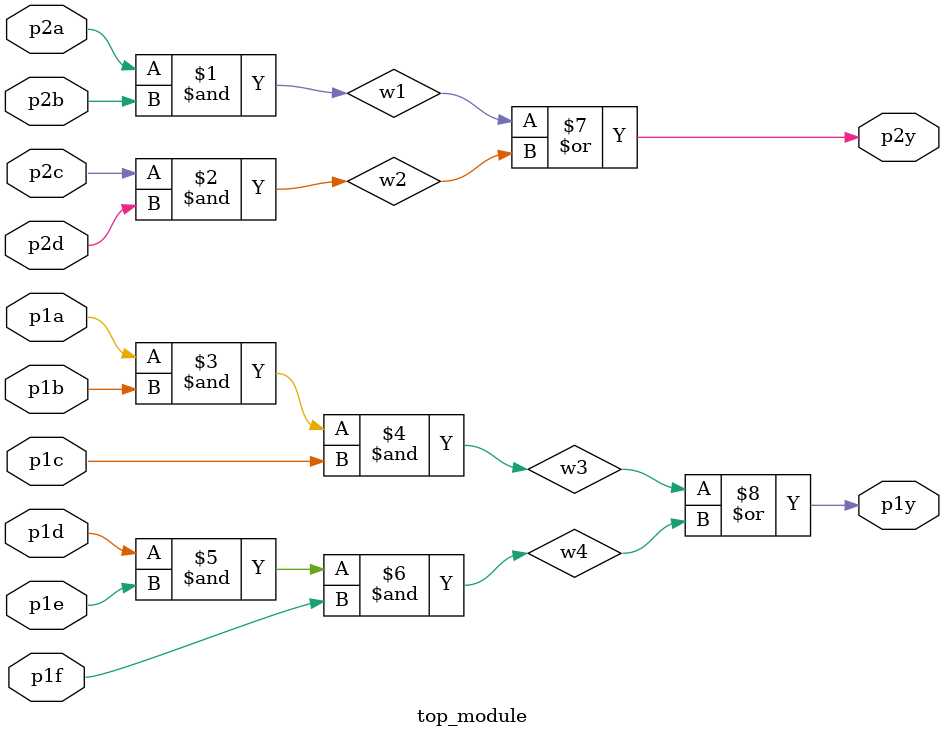
<source format=v>
module top_module(
  input p1a,p1b,p1c,p1d,p1e,p1f,
  output p1y,
  input p2a,p2b,p2c,p2d,
  output p2y);
  wire w1,w2,w3,w4;
  assign w1 = p2a & p2b;
  assign w2 = p2c & p2d;
  assign w3 = p1a & p1b & p1c;
  assign w4 = p1d & p1e & p1f;
  assign p2y = w1 | w2;
  assign p1y = w3 | w4;
endmodule

</source>
